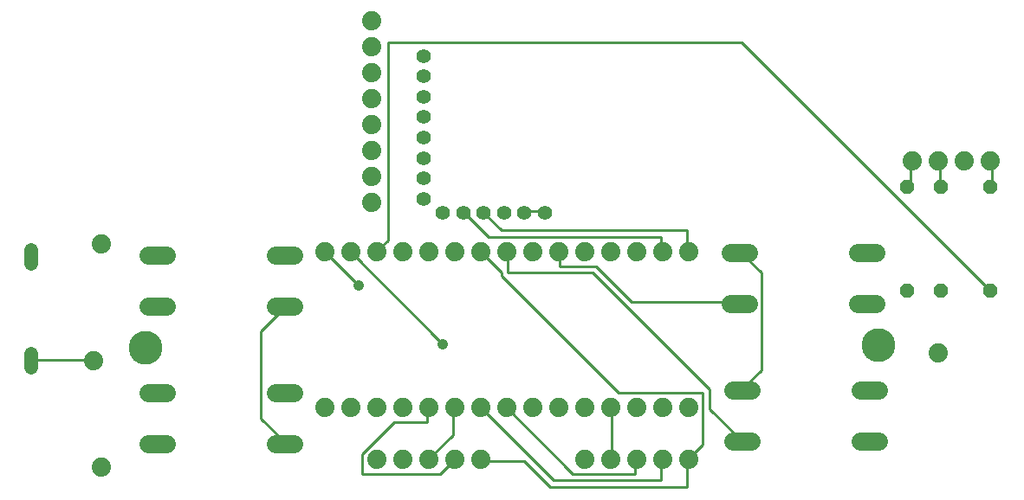
<source format=gbr>
G04 EAGLE Gerber RS-274X export*
G75*
%MOMM*%
%FSLAX34Y34*%
%LPD*%
%INTop Copper*%
%IPPOS*%
%AMOC8*
5,1,8,0,0,1.08239X$1,22.5*%
G01*
%ADD10C,1.879600*%
%ADD11C,1.790700*%
%ADD12C,3.302000*%
%ADD13C,1.422400*%
%ADD14C,1.320800*%
%ADD15P,1.429621X8X292.500000*%
%ADD16C,0.254000*%
%ADD17C,1.066800*%


D10*
X309880Y185420D03*
X335280Y185420D03*
X360680Y185420D03*
X386080Y185420D03*
X411480Y185420D03*
X436880Y185420D03*
X462280Y185420D03*
X487680Y185420D03*
X513080Y185420D03*
X538480Y185420D03*
X563880Y185420D03*
X589280Y185420D03*
X614680Y185420D03*
X640080Y185420D03*
X665480Y185420D03*
X665480Y337820D03*
X640080Y337820D03*
X614680Y337820D03*
X589280Y337820D03*
X563880Y337820D03*
X538480Y337820D03*
X513080Y337820D03*
X487680Y337820D03*
X462280Y337820D03*
X436880Y337820D03*
X411480Y337820D03*
X386080Y337820D03*
X360680Y337820D03*
X335280Y337820D03*
X309880Y337820D03*
X360680Y134620D03*
X386080Y134620D03*
X411480Y134620D03*
X436880Y134620D03*
X462280Y134620D03*
X563880Y134620D03*
X589280Y134620D03*
X614680Y134620D03*
X640080Y134620D03*
X665480Y134620D03*
D11*
X279718Y334772D02*
X261811Y334772D01*
X154750Y334772D02*
X136843Y334772D01*
X261811Y284988D02*
X279718Y284988D01*
X154750Y284988D02*
X136843Y284988D01*
X705803Y287528D02*
X723710Y287528D01*
X830771Y287528D02*
X848678Y287528D01*
X723710Y337312D02*
X705803Y337312D01*
X830771Y337312D02*
X848678Y337312D01*
D10*
X909320Y238760D03*
X91440Y127000D03*
D11*
X261811Y200152D02*
X279718Y200152D01*
X154750Y200152D02*
X136843Y200152D01*
X261811Y150368D02*
X279718Y150368D01*
X154750Y150368D02*
X136843Y150368D01*
X708343Y152908D02*
X726250Y152908D01*
X833311Y152908D02*
X851218Y152908D01*
X726250Y202692D02*
X708343Y202692D01*
X833311Y202692D02*
X851218Y202692D01*
D10*
X83820Y231140D03*
X91440Y345440D03*
D12*
X134620Y243840D03*
X850900Y246380D03*
D10*
X960120Y426720D03*
X934720Y426720D03*
X909320Y426720D03*
X883920Y426720D03*
D13*
X424980Y375920D03*
X444980Y375920D03*
X464980Y375920D03*
X484980Y375920D03*
X504980Y375920D03*
X524980Y375920D03*
D14*
X22860Y339344D02*
X22860Y326136D01*
X22860Y237744D02*
X22860Y224536D01*
D15*
X878840Y401320D03*
X878840Y299720D03*
X911860Y401320D03*
X911860Y299720D03*
X960120Y401320D03*
X960120Y299720D03*
D13*
X406400Y389740D03*
X406400Y409740D03*
X406400Y429740D03*
X406400Y449740D03*
X406400Y469740D03*
X406400Y489740D03*
X406400Y509740D03*
X406400Y529740D03*
D10*
X355600Y386080D03*
X355600Y411480D03*
X355600Y436880D03*
X355600Y462280D03*
X355600Y487680D03*
X355600Y513080D03*
X355600Y538480D03*
X355600Y563880D03*
D16*
X269875Y282575D02*
X247650Y260350D01*
X247650Y174625D01*
X269875Y152400D01*
X269875Y282575D02*
X270764Y284988D01*
X269875Y152400D02*
X270764Y150368D01*
X508000Y377825D02*
X523875Y377825D01*
X508000Y377825D02*
X504980Y375920D01*
X523875Y377825D02*
X524980Y375920D01*
X717550Y336550D02*
X736600Y317500D01*
X736600Y222250D01*
X717550Y203200D01*
X717550Y336550D02*
X714756Y337312D01*
X717550Y203200D02*
X717296Y202692D01*
X590550Y184150D02*
X590550Y136525D01*
X589280Y134620D01*
X590550Y184150D02*
X589280Y185420D01*
X717550Y542925D02*
X958850Y301625D01*
X717550Y542925D02*
X371475Y542925D01*
X371475Y349250D01*
X361950Y339725D01*
X958850Y301625D02*
X960120Y299720D01*
X361950Y339725D02*
X360680Y337820D01*
X335280Y337820D02*
X425450Y247650D01*
D17*
X425450Y247650D03*
D16*
X342900Y304800D02*
X309880Y337820D01*
D17*
X342900Y304800D03*
D16*
X434975Y133350D02*
X422275Y120650D01*
X346075Y120650D01*
X346075Y139700D01*
X377825Y171450D01*
X409575Y171450D01*
X409575Y184150D01*
X436880Y134620D02*
X434975Y133350D01*
X409575Y184150D02*
X411480Y185420D01*
X462280Y185420D02*
X533400Y114300D01*
X638175Y114300D01*
X638175Y133350D01*
X640080Y134620D01*
X504825Y133350D02*
X463550Y133350D01*
X504825Y133350D02*
X530225Y107950D01*
X663575Y107950D01*
X663575Y133350D01*
X463550Y133350D02*
X462280Y134620D01*
X663575Y133350D02*
X665480Y134620D01*
X482600Y317500D02*
X462280Y337820D01*
X482600Y317500D02*
X482600Y314325D01*
X596900Y200025D01*
X679450Y200025D01*
X679450Y149225D01*
X666750Y136525D01*
X665480Y134620D01*
X714375Y288925D02*
X609600Y288925D01*
X574675Y323850D01*
X539750Y323850D01*
X539750Y336550D01*
X714375Y288925D02*
X714756Y287528D01*
X539750Y336550D02*
X538480Y337820D01*
X434975Y158750D02*
X412750Y136525D01*
X434975Y158750D02*
X434975Y184150D01*
X412750Y136525D02*
X411480Y134620D01*
X434975Y184150D02*
X436880Y185420D01*
X487680Y185420D02*
X552450Y120650D01*
X612775Y120650D01*
X612775Y133350D01*
X614680Y134620D01*
X482600Y358775D02*
X466725Y374650D01*
X482600Y358775D02*
X663575Y358775D01*
X663575Y339725D01*
X466725Y374650D02*
X464980Y375920D01*
X663575Y339725D02*
X665480Y337820D01*
X469900Y352425D02*
X447675Y374650D01*
X469900Y352425D02*
X638175Y352425D01*
X638175Y339725D01*
X447675Y374650D02*
X444980Y375920D01*
X638175Y339725D02*
X640080Y337820D01*
X685800Y184150D02*
X714375Y155575D01*
X685800Y184150D02*
X685800Y203200D01*
X571500Y317500D01*
X488950Y317500D01*
X488950Y336550D01*
X714375Y155575D02*
X717296Y152908D01*
X488950Y336550D02*
X487680Y337820D01*
X82550Y231775D02*
X25400Y231775D01*
X22860Y231140D01*
X82550Y231775D02*
X83820Y231140D01*
X879475Y403225D02*
X882650Y406400D01*
X882650Y425450D01*
X879475Y403225D02*
X878840Y401320D01*
X882650Y425450D02*
X883920Y426720D01*
X911225Y425450D02*
X911225Y403225D01*
X911860Y401320D01*
X911225Y425450D02*
X909320Y426720D01*
X962025Y425450D02*
X962025Y403225D01*
X960120Y401320D01*
X962025Y425450D02*
X960120Y426720D01*
M02*

</source>
